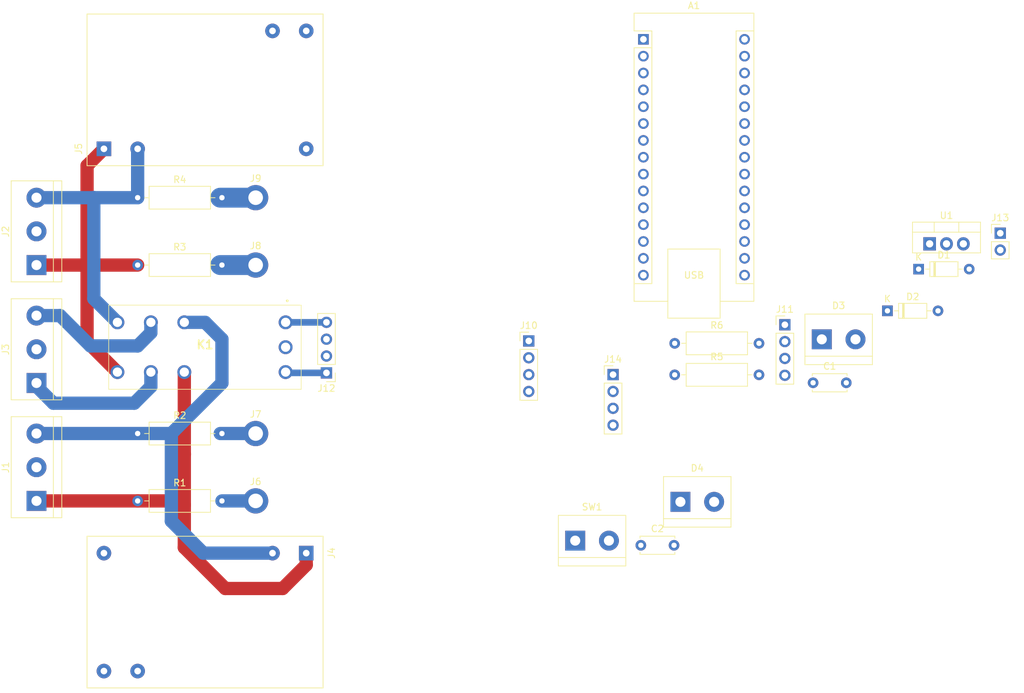
<source format=kicad_pcb>
(kicad_pcb (version 20211014) (generator pcbnew)
  (layers (0 "F.Cu" signal) (31 "B.Cu" signal) (34 "B.Paste" user) (35 "F.Paste" user) (36 "B.SilkS" user "B.Silkscreen") (37 "F.SilkS" user "F.Silkscreen") (38 "B.Mask" user) (39 "F.Mask" user) (44 "Edge.Cuts" user))
  (net 0 "")
  (net 4 "GND")
  (net 5 "Net-(A1-Pad5)")
  (net 6 "Net-(A1-Pad6)")
  (net 7 "Net-(A1-Pad7)")
  (net 8 "Net-(A1-Pad8)")
  (net 9 "Net-(A1-Pad9)")
  (net 18 "+5V")
  (net 19 "Net-(A1-Pad19)")
  (net 20 "Net-(A1-Pad20)")
  (net 29 "+12V")
  (net 30 "Net-(D2-Pad1)")
  (net 31 "Net-(D3-Pad1)")
  (net 32 "Net-(D4-Pad1)")
  (net 33 "/L1")
  (net 34 "Earth")
  (net 35 "/N1")
  (net 36 "/L2")
  (net 37 "/N2")
  (net 38 "/Lo")
  (net 39 "/No")
  (net 40 "Net-(J6-Pad1)")
  (net 41 "Net-(J7-Pad1)")
  (net 42 "Net-(J8-Pad1)")
  (net 43 "Net-(J9-Pad1)")
  (net 47 "Net-(K1-Pad2)")
  (footprint "Connector_PinHeader_2.54mm:PinHeader_1x04_P2.54mm_Vertical" (layer "F.Cu") (at 163.068 90.18)
    (fp_text reference "J10" (at 0 -2.33) (layer "F.SilkS"))
    (fp_text value "ZMPT101B")
    (fp_line (start -1.33 1.27) (end -1.33 8.95) (layer "F.SilkS") (width 0.12))
    (fp_line (start -1.33 -1.33) (end 0 -1.33) (layer "F.SilkS") (width 0.12))
    (fp_line (start -1.33 8.95) (end 1.33 8.95) (layer "F.SilkS") (width 0.12))
    (fp_line (start -1.33 1.27) (end 1.33 1.27) (layer "F.SilkS") (width 0.12))
    (fp_line (start -1.33 0) (end -1.33 -1.33) (layer "F.SilkS") (width 0.12))
    (fp_line (start 1.33 1.27) (end 1.33 8.95) (layer "F.SilkS") (width 0.12))
    (pad "1" thru_hole rect (at 0 0) (size 1.7 1.7) (drill 1) (layers *.Cu *.Mask) (net 18 "+5V"))
    (pad "2" thru_hole oval (at 0 2.54) (size 1.7 1.7) (drill 1) (layers *.Cu *.Mask) (net 19 "Net-(A1-Pad19)"))
    (pad "3" thru_hole oval (at 0 5.08) (size 1.7 1.7) (drill 1) (layers *.Cu *.Mask) (net 4 "GND"))
    (pad "4" thru_hole oval (at 0 7.62) (size 1.7 1.7) (drill 1) (layers *.Cu *.Mask) (net 4 "GND"))
  )
  (footprint "TerminalBlock:TerminalBlock_bornier-3_P5.08mm" (layer "F.Cu") (at 88.9 96.52 90)
    (fp_text reference "J3" (at 5.05 -4.65 90) (layer "F.SilkS"))
    (fp_text value "Conn_01x03_Female")
    (fp_line (start -2.54 3.81) (end -2.54 -3.81) (layer "F.SilkS") (width 0.12))
    (fp_line (start -2.54 2.54) (end 12.7 2.54) (layer "F.SilkS") (width 0.12))
    (fp_line (start 12.7 3.81) (end 12.7 -3.81) (layer "F.SilkS") (width 0.12))
    (fp_line (start -2.54 3.81) (end 12.7 3.81) (layer "F.SilkS") (width 0.12))
    (fp_line (start -2.54 -3.81) (end 12.7 -3.81) (layer "F.SilkS") (width 0.12))
    (pad "1" thru_hole rect (at 0 0 90) (size 3 3) (drill 1.52) (layers *.Cu *.Mask) (net 38 "/Lo"))
    (pad "2" thru_hole circle (at 5.08 0 90) (size 3 3) (drill 1.52) (layers *.Cu *.Mask) (net 34 "Earth"))
    (pad "3" thru_hole circle (at 10.16 0 90) (size 3 3) (drill 1.52) (layers *.Cu *.Mask) (net 39 "/No"))
  )
  (footprint "Resistor_THT:R_Axial_DIN0309_L9.0mm_D3.2mm_P12.70mm_Horizontal" (layer "F.Cu") (at 104.14 68.58)
    (fp_text reference "R4" (at 6.35 -2.72) (layer "F.SilkS"))
    (fp_text value "R")
    (fp_line (start 1.04 0) (end 1.73 0) (layer "F.SilkS") (width 0.12))
    (fp_line (start 1.73 1.72) (end 10.97 1.72) (layer "F.SilkS") (width 0.12))
    (fp_line (start 10.97 1.72) (end 10.97 -1.72) (layer "F.SilkS") (width 0.12))
    (fp_line (start 10.97 -1.72) (end 1.73 -1.72) (layer "F.SilkS") (width 0.12))
    (fp_line (start 1.73 -1.72) (end 1.73 1.72) (layer "F.SilkS") (width 0.12))
    (fp_line (start 11.66 0) (end 10.97 0) (layer "F.SilkS") (width 0.12))
    (pad "1" thru_hole circle (at 0 0) (size 1.6 1.6) (drill 0.8) (layers *.Cu *.Mask) (net 37 "/N2"))
    (pad "2" thru_hole oval (at 12.7 0) (size 1.6 1.6) (drill 0.8) (layers *.Cu *.Mask) (net 43 "Net-(J9-Pad1)"))
  )
  (footprint "Module:Arduino_Nano" (layer "F.Cu") (at 180.34 44.704)
    (fp_text reference "A1" (at 7.62 -5.08) (layer "F.SilkS"))
    (fp_text value "Arduino_Nano_v3.x")
    (fp_text user "USB" (at 7.62 35.56 unlocked) (layer "F.SilkS"))
    (fp_line (start 13.97 -1.27) (end 16.64 -1.27) (layer "F.SilkS") (width 0.12))
    (fp_line (start 11.56 42.04) (end 3.68 42.04) (layer "F.SilkS") (width 0.12))
    (fp_line (start 11.56 31.62) (end 11.56 42.04) (layer "F.SilkS") (width 0.12))
    (fp_line (start 3.68 31.62) (end 11.56 31.62) (layer "F.SilkS") (width 0.12))
    (fp_line (start 1.27 1.27) (end -1.4 1.27) (layer "F.SilkS") (width 0.12))
    (fp_line (start 16.64 39.5) (end 16.64 -3.94) (layer "F.SilkS") (width 0.12))
    (fp_line (start 1.27 -1.27) (end -1.4 -1.27) (layer "F.SilkS") (width 0.12))
    (fp_line (start 1.27 1.27) (end 1.27 36.83) (layer "F.SilkS") (width 0.12))
    (fp_line (start 16.64 -3.94) (end -1.4 -3.94) (layer "F.SilkS") (width 0.12))
    (fp_line (start 1.27 1.27) (end 1.27 -1.27) (layer "F.SilkS") (width 0.12))
    (fp_line (start -1.4 1.27) (end -1.4 39.5) (layer "F.SilkS") (width 0.12))
    (fp_line (start 16.64 39.5) (end 11.56 39.5) (layer "F.SilkS") (width 0.12))
    (fp_line (start 13.97 36.83) (end 16.64 36.83) (layer "F.SilkS") (width 0.12))
    (fp_line (start 13.97 -1.27) (end 13.97 36.83) (layer "F.SilkS") (width 0.12))
    (fp_line (start 3.68 42.04) (end 3.68 31.62) (layer "F.SilkS") (width 0.12))
    (fp_line (start -1.4 39.5) (end 3.68 39.5) (layer "F.SilkS") (width 0.12))
    (fp_line (start -1.4 -3.94) (end -1.4 -1.27) (layer "F.SilkS") (width 0.12))
    (fp_line (start 1.27 36.83) (end -1.4 36.83) (layer "F.SilkS") (width 0.12))
    (pad "1" thru_hole rect (at 0 0) (size 1.6 1.6) (drill 1) (layers *.Cu *.Mask))
    (pad "2" thru_hole oval (at 0 2.54) (size 1.6 1.6) (drill 1) (layers *.Cu *.Mask))
    (pad "3" thru_hole oval (at 0 5.08) (size 1.6 1.6) (drill 1) (layers *.Cu *.Mask))
    (pad "4" thru_hole oval (at 0 7.62) (size 1.6 1.6) (drill 1) (layers *.Cu *.Mask) (net 4 "GND"))
    (pad "5" thru_hole oval (at 0 10.16) (size 1.6 1.6) (drill 1) (layers *.Cu *.Mask) (net 5 "Net-(A1-Pad5)"))
    (pad "6" thru_hole oval (at 0 12.7) (size 1.6 1.6) (drill 1) (layers *.Cu *.Mask) (net 6 "Net-(A1-Pad6)"))
    (pad "7" thru_hole oval (at 0 15.24) (size 1.6 1.6) (drill 1) (layers *.Cu *.Mask) (net 7 "Net-(A1-Pad7)"))
    (pad "8" thru_hole oval (at 0 17.78) (size 1.6 1.6) (drill 1) (layers *.Cu *.Mask) (net 8 "Net-(A1-Pad8)"))
    (pad "9" thru_hole oval (at 0 20.32) (size 1.6 1.6) (drill 1) (layers *.Cu *.Mask) (net 9 "Net-(A1-Pad9)"))
    (pad "10" thru_hole oval (at 0 22.86) (size 1.6 1.6) (drill 1) (layers *.Cu *.Mask))
    (pad "11" thru_hole oval (at 0 25.4) (size 1.6 1.6) (drill 1) (layers *.Cu *.Mask))
    (pad "12" thru_hole oval (at 0 27.94) (size 1.6 1.6) (drill 1) (layers *.Cu *.Mask))
    (pad "13" thru_hole oval (at 0 30.48) (size 1.6 1.6) (drill 1) (layers *.Cu *.Mask))
    (pad "14" thru_hole oval (at 0 33.02) (size 1.6 1.6) (drill 1) (layers *.Cu *.Mask))
    (pad "15" thru_hole oval (at 0 35.56) (size 1.6 1.6) (drill 1) (layers *.Cu *.Mask))
    (pad "16" thru_hole oval (at 15.24 35.56) (size 1.6 1.6) (drill 1) (layers *.Cu *.Mask))
    (pad "17" thru_hole oval (at 15.24 33.02) (size 1.6 1.6) (drill 1) (layers *.Cu *.Mask))
    (pad "18" thru_hole oval (at 15.24 30.48) (size 1.6 1.6) (drill 1) (layers *.Cu *.Mask) (net 18 "+5V"))
    (pad "19" thru_hole oval (at 15.24 27.94) (size 1.6 1.6) (drill 1) (layers *.Cu *.Mask) (net 19 "Net-(A1-Pad19)"))
    (pad "20" thru_hole oval (at 15.24 25.4) (size 1.6 1.6) (drill 1) (layers *.Cu *.Mask) (net 20 "Net-(A1-Pad20)"))
    (pad "21" thru_hole oval (at 15.24 22.86) (size 1.6 1.6) (drill 1) (layers *.Cu *.Mask))
    (pad "22" thru_hole oval (at 15.24 20.32) (size 1.6 1.6) (drill 1) (layers *.Cu *.Mask))
    (pad "23" thru_hole oval (at 15.24 17.78) (size 1.6 1.6) (drill 1) (layers *.Cu *.Mask))
    (pad "24" thru_hole oval (at 15.24 15.24) (size 1.6 1.6) (drill 1) (layers *.Cu *.Mask))
    (pad "25" thru_hole oval (at 15.24 12.7) (size 1.6 1.6) (drill 1) (layers *.Cu *.Mask))
    (pad "26" thru_hole oval (at 15.24 10.16) (size 1.6 1.6) (drill 1) (layers *.Cu *.Mask))
    (pad "27" thru_hole oval (at 15.24 7.62) (size 1.6 1.6) (drill 1) (layers *.Cu *.Mask) (net 18 "+5V"))
    (pad "28" thru_hole oval (at 15.24 5.08) (size 1.6 1.6) (drill 1) (layers *.Cu *.Mask))
    (pad "29" thru_hole oval (at 15.24 2.54) (size 1.6 1.6) (drill 1) (layers *.Cu *.Mask) (net 4 "GND"))
    (pad "30" thru_hole oval (at 15.24 0) (size 1.6 1.6) (drill 1) (layers *.Cu *.Mask))
  )
  (footprint "MountingHole:MountingHole_2.2mm_M2_DIN965_Pad" (layer "F.Cu") (at 121.92 78.74)
    (fp_text reference "J8" (at 0 -2.9) (layer "F.SilkS"))
    (fp_text value "ACL2")
    (pad "1" thru_hole circle (at 0 0) (size 3.8 3.8) (drill 2.2) (layers *.Cu *.Mask) (net 42 "Net-(J8-Pad1)"))
  )
  (footprint "MountingHole:MountingHole_2.2mm_M2_DIN965_Pad" (layer "F.Cu") (at 121.92 104.14)
    (fp_text reference "J7" (at 0 -2.9) (layer "F.SilkS"))
    (fp_text value "ACN1")
    (pad "1" thru_hole circle (at 0 0) (size 3.8 3.8) (drill 2.2) (layers *.Cu *.Mask) (net 41 "Net-(J7-Pad1)"))
  )
  (footprint "Resistor_THT:R_Axial_DIN0309_L9.0mm_D3.2mm_P12.70mm_Horizontal" (layer "F.Cu") (at 185.055 95.29)
    (fp_text reference "R5" (at 6.35 -2.72) (layer "F.SilkS"))
    (fp_text value "470")
    (fp_line (start 10.97 1.72) (end 10.97 -1.72) (layer "F.SilkS") (width 0.12))
    (fp_line (start 1.04 0) (end 1.73 0) (layer "F.SilkS") (width 0.12))
    (fp_line (start 10.97 -1.72) (end 1.73 -1.72) (layer "F.SilkS") (width 0.12))
    (fp_line (start 1.73 -1.72) (end 1.73 1.72) (layer "F.SilkS") (width 0.12))
    (fp_line (start 1.73 1.72) (end 10.97 1.72) (layer "F.SilkS") (width 0.12))
    (fp_line (start 11.66 0) (end 10.97 0) (layer "F.SilkS") (width 0.12))
    (pad "1" thru_hole circle (at 0 0) (size 1.6 1.6) (drill 0.8) (layers *.Cu *.Mask) (net 7 "Net-(A1-Pad7)"))
    (pad "2" thru_hole oval (at 12.7 0) (size 1.6 1.6) (drill 0.8) (layers *.Cu *.Mask) (net 31 "Net-(D3-Pad1)"))
  )
  (footprint "TerminalBlock:TerminalBlock_bornier-2_P5.08mm" (layer "F.Cu") (at 207.215 89.94)
    (fp_text reference "D3" (at 2.54 -5.08) (layer "F.SilkS"))
    (fp_text value "LED")
    (fp_line (start 7.62 -3.81) (end -2.54 -3.81) (layer "F.SilkS") (width 0.12))
    (fp_line (start -2.54 3.81) (end 7.62 3.81) (layer "F.SilkS") (width 0.12))
    (fp_line (start 7.62 2.54) (end -2.54 2.54) (layer "F.SilkS") (width 0.12))
    (fp_line (start -2.54 -3.81) (end -2.54 3.81) (layer "F.SilkS") (width 0.12))
    (fp_line (start 7.62 3.81) (end 7.62 -3.81) (layer "F.SilkS") (width 0.12))
    (pad "1" thru_hole rect (at 0 0) (size 3 3) (drill 1.52) (layers *.Cu *.Mask) (net 31 "Net-(D3-Pad1)"))
    (pad "2" thru_hole circle (at 5.08 0) (size 3 3) (drill 1.52) (layers *.Cu *.Mask) (net 18 "+5V"))
  )
  (footprint "Connector_PinHeader_2.54mm:PinHeader_1x02_P2.54mm_Vertical" (layer "F.Cu") (at 234.105 73.94)
    (fp_text reference "J13" (at 0 -2.33) (layer "F.SilkS"))
    (fp_text value "L298N-P")
    (fp_line (start -1.33 -1.33) (end 0 -1.33) (layer "F.SilkS") (width 0.12))
    (fp_line (start -1.33 3.87) (end 1.33 3.87) (layer "F.SilkS") (width 0.12))
    (fp_line (start 1.33 1.27) (end 1.33 3.87) (layer "F.SilkS") (width 0.12))
    (fp_line (start -1.33 1.27) (end 1.33 1.27) (layer "F.SilkS") (width 0.12))
    (fp_line (start -1.33 0) (end -1.33 -1.33) (layer "F.SilkS") (width 0.12))
    (fp_line (start -1.33 1.27) (end -1.33 3.87) (layer "F.SilkS") (width 0.12))
    (pad "1" thru_hole rect (at 0 0) (size 1.7 1.7) (drill 1) (layers *.Cu *.Mask) (net 29 "+12V"))
    (pad "2" thru_hole oval (at 0 2.54) (size 1.7 1.7) (drill 1) (layers *.Cu *.Mask) (net 4 "GND"))
  )
  (footprint "TerminalBlock:TerminalBlock_bornier-3_P5.08mm" (layer "F.Cu") (at 88.9 114.3 90)
    (fp_text reference "J1" (at 5.05 -4.65 90) (layer "F.SilkS"))
    (fp_text value "Conn_01x03_Male")
    (fp_line (start -2.54 3.81) (end -2.54 -3.81) (layer "F.SilkS") (width 0.12))
    (fp_line (start 12.7 3.81) (end 12.7 -3.81) (layer "F.SilkS") (width 0.12))
    (fp_line (start -2.54 -3.81) (end 12.7 -3.81) (layer "F.SilkS") (width 0.12))
    (fp_line (start -2.54 3.81) (end 12.7 3.81) (layer "F.SilkS") (width 0.12))
    (fp_line (start -2.54 2.54) (end 12.7 2.54) (layer "F.SilkS") (width 0.12))
    (pad "1" thru_hole rect (at 0 0 90) (size 3 3) (drill 1.52) (layers *.Cu *.Mask) (net 33 "/L1"))
    (pad "2" thru_hole circle (at 5.08 0 90) (size 3 3) (drill 1.52) (layers *.Cu *.Mask) (net 34 "Earth"))
    (pad "3" thru_hole circle (at 10.16 0 90) (size 3 3) (drill 1.52) (layers *.Cu *.Mask) (net 35 "/N1"))
  )
  (footprint "TerminalBlock:TerminalBlock_bornier-2_P5.08mm" (layer "F.Cu") (at 185.915 114.44)
    (fp_text reference "D4" (at 2.54 -5.08) (layer "F.SilkS"))
    (fp_text value "LED")
    (fp_line (start -2.54 -3.81) (end -2.54 3.81) (layer "F.SilkS") (width 0.12))
    (fp_line (start 7.62 -3.81) (end -2.54 -3.81) (layer "F.SilkS") (width 0.12))
    (fp_line (start 7.62 3.81) (end 7.62 -3.81) (layer "F.SilkS") (width 0.12))
    (fp_line (start 7.62 2.54) (end -2.54 2.54) (layer "F.SilkS") (width 0.12))
    (fp_line (start -2.54 3.81) (end 7.62 3.81) (layer "F.SilkS") (width 0.12))
    (pad "1" thru_hole rect (at 0 0) (size 3 3) (drill 1.52) (layers *.Cu *.Mask) (net 32 "Net-(D4-Pad1)"))
    (pad "2" thru_hole circle (at 5.08 0) (size 3 3) (drill 1.52) (layers *.Cu *.Mask) (net 18 "+5V"))
  )
  (footprint "Connector_PinHeader_2.54mm:PinHeader_1x04_P2.54mm_Vertical" (layer "F.Cu") (at 175.768 95.26)
    (fp_text reference "J14" (at 0 -2.33) (layer "F.SilkS"))
    (fp_text value "L298N-I")
    (fp_line (start 1.33 1.27) (end 1.33 8.95) (layer "F.SilkS") (width 0.12))
    (fp_line (start -1.33 8.95) (end 1.33 8.95) (layer "F.SilkS") (width 0.12))
    (fp_line (start -1.33 -1.33) (end 0 -1.33) (layer "F.SilkS") (width 0.12))
    (fp_line (start -1.33 0) (end -1.33 -1.33) (layer "F.SilkS") (width 0.12))
    (fp_line (start -1.33 1.27) (end 1.33 1.27) (layer "F.SilkS") (width 0.12))
    (fp_line (start -1.33 1.27) (end -1.33 8.95) (layer "F.SilkS") (width 0.12))
    (pad "1" thru_hole rect (at 0 0) (size 1.7 1.7) (drill 1) (layers *.Cu *.Mask) (net 5 "Net-(A1-Pad5)"))
    (pad "2" thru_hole oval (at 0 2.54) (size 1.7 1.7) (drill 1) (layers *.Cu *.Mask) (net 4 "GND"))
    (pad "3" thru_hole oval (at 0 5.08) (size 1.7 1.7) (drill 1) (layers *.Cu *.Mask) (net 6 "Net-(A1-Pad6)"))
    (pad "4" thru_hole oval (at 0 7.62) (size 1.7 1.7) (drill 1) (layers *.Cu *.Mask) (net 4 "GND"))
  )
  (footprint "Resistor_THT:R_Axial_DIN0309_L9.0mm_D3.2mm_P12.70mm_Horizontal" (layer "F.Cu") (at 104.14 104.14)
    (fp_text reference "R2" (at 6.35 -2.72) (layer "F.SilkS"))
    (fp_text value "R")
    (fp_line (start 1.04 0) (end 1.73 0) (layer "F.SilkS") (width 0.12))
    (fp_line (start 11.66 0) (end 10.97 0) (layer "F.SilkS") (width 0.12))
    (fp_line (start 1.73 -1.72) (end 1.73 1.72) (layer "F.SilkS") (width 0.12))
    (fp_line (start 1.73 1.72) (end 10.97 1.72) (layer "F.SilkS") (width 0.12))
    (fp_line (start 10.97 1.72) (end 10.97 -1.72) (layer "F.SilkS") (width 0.12))
    (fp_line (start 10.97 -1.72) (end 1.73 -1.72) (layer "F.SilkS") (width 0.12))
    (pad "1" thru_hole circle (at 0 0) (size 1.6 1.6) (drill 0.8) (layers *.Cu *.Mask))
    (pad "2" thru_hole oval (at 12.7 0) (size 1.6 1.6) (drill 0.8) (layers *.Cu *.Mask) (net 41 "Net-(J7-Pad1)"))
  )
  (footprint "Diode_THT:D_DO-35_SOD27_P7.62mm_Horizontal" (layer "F.Cu") (at 217.105 85.64)
    (fp_text reference "D2" (at 3.81 -2.12) (layer "F.SilkS"))
    (fp_text value "1n4148")
    (fp_text user "K" (at 0 -1.8) (layer "F.SilkS"))
    (fp_line (start 1.69 1.12) (end 5.93 1.12) (layer "F.SilkS") (width 0.12))
    (fp_line (start 2.53 -1.12) (end 2.53 1.12) (layer "F.SilkS") (width 0.12))
    (fp_line (start 1.69 -1.12) (end 1.69 1.12) (layer "F.SilkS") (width 0.12))
    (fp_line (start 5.93 1.12) (end 5.93 -1.12) (layer "F.SilkS") (width 0.12))
    (fp_line (start 2.41 -1.12) (end 2.41 1.12) (layer "F.SilkS") (width 0.12))
    (fp_line (start 2.29 -1.12) (end 2.29 1.12) (layer "F.SilkS") (width 0.12))
    (fp_line (start 5.93 -1.12) (end 1.69 -1.12) (layer "F.SilkS") (width 0.12))
    (fp_line (start 6.58 0) (end 5.93 0) (layer "F.SilkS") (width 0.12))
    (fp_line (start 1.04 0) (end 1.69 0) (layer "F.SilkS") (width 0.12))
    (pad "1" thru_hole rect (at 0 0) (size 1.6 1.6) (drill 0.8) (layers *.Cu *.Mask) (net 30 "Net-(D2-Pad1)"))
    (pad "2" thru_hole oval (at 7.62 0) (size 1.6 1.6) (drill 0.8) (layers *.Cu *.Mask) (net 4 "GND"))
  )
  (footprint "Diode_THT:D_DO-35_SOD27_P7.62mm_Horizontal" (layer "F.Cu") (at 221.805 79.35)
    (fp_text reference "D1" (at 3.81 -2.12) (layer "F.SilkS"))
    (fp_text value "1n4148")
    (fp_text user "K" (at 0 -1.8) (layer "F.SilkS"))
    (fp_line (start 1.69 -1.12) (end 1.69 1.12) (layer "F.SilkS") (width 0.12))
    (fp_line (start 5.93 -1.12) (end 1.69 -1.12) (layer "F.SilkS") (width 0.12))
    (fp_line (start 2.53 -1.12) (end 2.53 1.12) (layer "F.SilkS") (width 0.12))
    (fp_line (start 1.04 0) (end 1.69 0) (layer "F.SilkS") (width 0.12))
    (fp_line (start 6.58 0) (end 5.93 0) (layer "F.SilkS") (width 0.12))
    (fp_line (start 2.41 -1.12) (end 2.41 1.12) (layer "F.SilkS") (width 0.12))
    (fp_line (start 1.69 1.12) (end 5.93 1.12) (layer "F.SilkS") (width 0.12))
    (fp_line (start 2.29 -1.12) (end 2.29 1.12) (layer "F.SilkS") (width 0.12))
    (fp_line (start 5.93 1.12) (end 5.93 -1.12) (layer "F.SilkS") (width 0.12))
    (pad "1" thru_hole rect (at 0 0) (size 1.6 1.6) (drill 0.8) (layers *.Cu *.Mask) (net 47 "Net-(K1-Pad2)"))
    (pad "2" thru_hole oval (at 7.62 0) (size 1.6 1.6) (drill 0.8) (layers *.Cu *.Mask) (net 4 "GND"))
  )
  (footprint "Resistor_THT:R_Axial_DIN0309_L9.0mm_D3.2mm_P12.70mm_Horizontal" (layer "F.Cu") (at 104.14 78.74)
    (fp_text reference "R3" (at 6.35 -2.72) (layer "F.SilkS"))
    (fp_text value "R")
    (fp_line (start 1.73 -1.72) (end 1.73 1.72) (layer "F.SilkS") (width 0.12))
    (fp_line (start 11.66 0) (end 10.97 0) (layer "F.SilkS") (width 0.12))
    (fp_line (start 1.73 1.72) (end 10.97 1.72) (layer "F.SilkS") (width 0.12))
    (fp_line (start 10.97 -1.72) (end 1.73 -1.72) (layer "F.SilkS") (width 0.12))
    (fp_line (start 1.04 0) (end 1.73 0) (layer "F.SilkS") (width 0.12))
    (fp_line (start 10.97 1.72) (end 10.97 -1.72) (layer "F.SilkS") (width 0.12))
    (pad "1" thru_hole circle (at 0 0) (size 1.6 1.6) (drill 0.8) (layers *.Cu *.Mask) (net 36 "/L2"))
    (pad "2" thru_hole oval (at 12.7 0) (size 1.6 1.6) (drill 0.8) (layers *.Cu *.Mask) (net 42 "Net-(J8-Pad1)"))
  )
  (footprint "SamacSys_Parts:RT424F12" (layer "F.Cu") (at 106.132 90.751 180)
    (fp_text reference "K1" (at -8.15 0) (layer "F.SilkS") (effects (font (size 1.27 1.27) (thickness 0.254))))
    (fp_text value "RT424F12" hide)
    (fp_line (start 6.35 -6.725) (end 6.35 5.975) (layer "F.SilkS") (width 0.1))
    (fp_line (start -20.65 6.625) (end -20.65 6.625) (layer "F.SilkS") (width 0.2))
    (fp_line (start -22.65 5.975) (end -22.65 -6.725) (layer "F.SilkS") (width 0.1))
    (fp_line (start -22.65 -6.725) (end 6.35 -6.725) (layer "F.SilkS") (width 0.1))
    (fp_line (start 6.35 5.975) (end -22.65 5.975) (layer "F.SilkS") (width 0.1))
    (fp_line (start -20.45 6.625) (end -20.45 6.625) (layer "F.SilkS") (width 0.2))
    (fp_arc (start -20.45 6.625) (mid -20.55 6.725) (end -20.65 6.625) (layer "F.SilkS") (width 0.2))
    (fp_arc (start -20.65 6.625) (mid -20.55 6.525) (end -20.45 6.625) (layer "F.SilkS") (width 0.2))
    (pad "1" thru_hole circle locked (at -20.3 3.375 180) (size 2.1 2.1) (drill 1.4) (layers *.Cu *.Mask) (net 30 "Net-(D2-Pad1)"))
    (pad "2" thru_hole circle locked (at -20.3 -4.125 180) (size 2.1 2.1) (drill 1.4) (layers *.Cu *.Mask) (net 47 "Net-(K1-Pad2)"))
    (pad "3" thru_hole circle locked (at -20.3 -0.375 180) (size 2.1 2.1) (drill 1.4) (layers *.Cu *.Mask) (net 4 "GND"))
    (pad "4" thru_hole circle locked (at -5.04 3.375 180) (size 2.1 2.1) (drill 1.4) (layers *.Cu *.Mask) (net 35 "/N1"))
    (pad "5" thru_hole circle locked (at 0 3.375 180) (size 2.1 2.1) (drill 1.4) (layers *.Cu *.Mask) (net 39 "/No"))
    (pad "6" thru_hole circle locked (at 5.04 3.375 180) (size 2.1 2.1) (drill 1.4) (layers *.Cu *.Mask) (net 37 "/N2"))
    (pad "7" thru_hole circle locked (at 5.04 -4.125 180) (size 2.1 2.1) (drill 1.4) (layers *.Cu *.Mask) (net 36 "/L2"))
    (pad "8" thru_hole circle locked (at 0 -4.125 180) (size 2.1 2.1) (drill 1.4) (layers *.Cu *.Mask) (net 38 "/Lo"))
    (pad "9" thru_hole circle locked (at -5.04 -4.125 180) (size 2.1 2.1) (drill 1.4) (layers *.Cu *.Mask) (net 33 "/L1"))
  )
  (footprint "MountingHole:MountingHole_2.2mm_M2_DIN965_Pad" (layer "F.Cu") (at 121.92 68.58)
    (fp_text reference "J9" (at 0 -2.9) (layer "F.SilkS"))
    (fp_text value "ACN2")
    (pad "1" thru_hole circle (at 0 0) (size 3.8 3.8) (drill 2.2) (layers *.Cu *.Mask) (net 43 "Net-(J9-Pad1)"))
  )
  (footprint "Capacitor_THT:C_Disc_D5.0mm_W2.5mm_P5.00mm" (layer "F.Cu") (at 179.955 120.99)
    (fp_text reference "C2" (at 2.5 -2.5) (layer "F.SilkS"))
    (fp_text value "C_Small")
    (fp_line (start -0.12 1.055) (end -0.12 1.37) (layer "F.SilkS") (width 0.12))
    (fp_line (start 5.12 -1.37) (end 5.12 -1.055) (layer "F.SilkS") (width 0.12))
    (fp_line (start 5.12 1.055) (end 5.12 1.37) (layer "F.SilkS") (width 0.12))
    (fp_line (start -0.12 -1.37) (end -0.12 -1.055) (layer "F.SilkS") (width 0.12))
    (fp_line (start -0.12 -1.37) (end 5.12 -1.37) (layer "F.SilkS") (width 0.12))
    (fp_line (start -0.12 1.37) (end 5.12 1.37) (layer "F.SilkS") (width 0.12))
    (pad "1" thru_hole circle (at 0 0) (size 1.6 1.6) (drill 0.8) (layers *.Cu *.Mask) (net 18 "+5V"))
    (pad "2" thru_hole circle (at 5 0) (size 1.6 1.6) (drill 0.8) (layers *.Cu *.Mask) (net 4 "GND"))
  )
  (footprint "Package_TO_SOT_THT:TO-220-3_Vertical" (layer "F.Cu") (at 223.465 75.54)
    (fp_text reference "U1" (at 2.54 -4.27) (layer "F.SilkS"))
    (fp_text value "L7805")
    (fp_line (start 7.66 -3.27) (end 7.66 1.371) (layer "F.SilkS") (width 0.12))
    (fp_line (start -2.58 -3.27) (end -2.58 1.371) (layer "F.SilkS") (width 0.12))
    (fp_line (start 0.69 -3.27) (end 0.69 -1.76) (layer "F.SilkS") (width 0.12))
    (fp_line (start -2.58 -1.76) (end 7.66 -1.76) (layer "F.SilkS") (width 0.12))
    (fp_line (start 4.391 -3.27) (end 4.391 -1.76) (layer "F.SilkS") (width 0.12))
    (fp_line (start -2.58 -3.27) (end 7.66 -3.27) (layer "F.SilkS") (width 0.12))
    (fp_line (start -2.58 1.371) (end 7.66 1.371) (layer "F.SilkS") (width 0.12))
    (pad "1" thru_hole rect (at 0 0) (size 1.905 2) (drill 1.1) (layers *.Cu *.Mask) (net 29 "+12V"))
    (pad "2" thru_hole oval (at 2.54 0) (size 1.905 2) (drill 1.1) (layers *.Cu *.Mask) (net 4 "GND"))
    (pad "3" thru_hole oval (at 5.08 0) (size 1.905 2) (drill 1.1) (layers *.Cu *.Mask) (net 18 "+5V"))
  )
  (footprint "Miscellaneous:MeanWell_IRM" (layer "F.Cu") (at 129.54 122.174 -90)
    (fp_text reference "J4" (at 0 -3.81 90) (layer "F.SilkS"))
    (fp_text value "IRM-03-12")
    (fp_line (start -2.54 33.02) (end 20.32 33.02) (layer "F.SilkS") (width 0.12))
    (fp_line (start -2.54 -2.54) (end -2.54 33.02) (layer "F.SilkS") (width 0.12))
    (fp_line (start 20.32 -2.54) (end -2.54 -2.54) (layer "F.SilkS") (width 0.12))
    (fp_line (start 20.32 33.02) (end 20.32 -2.54) (layer "F.SilkS") (width 0.12))
    (pad "" np_thru_hole oval locked (at 0 30.48 270) (size 2.2 2.2) (drill 1) (layers *.Cu *.Mask))
    (pad "1" thru_hole rect locked (at 0 0 270) (size 2.2 2.2) (drill 1) (layers *.Cu *.Mask) (net 33 "/L1"))
    (pad "3" thru_hole oval locked (at 0 5.08 270) (size 2.2 2.2) (drill 1) (layers *.Cu *.Mask) (net 35 "/N1"))
    (pad "14" thru_hole oval locked (at 17.78 30.48 270) (size 2.2 2.2) (drill 1) (layers *.Cu *.Mask) (net 4 "GND"))
    (pad "16" thru_hole oval locked (at 17.78 25.4 270) (size 2.2 2.2) (drill 1) (layers *.Cu *.Mask) (net 29 "+12V"))
  )
  (footprint "Capacitor_THT:C_Disc_D5.0mm_W2.5mm_P5.00mm" (layer "F.Cu") (at 205.905 96.49)
    (fp_text reference "C1" (at 2.5 -2.5) (layer "F.SilkS"))
    (fp_text value "C_Small")
    (fp_line (start -0.12 -1.37) (end 5.12 -1.37) (layer "F.SilkS") (width 0.12))
    (fp_line (start -0.12 1.055) (end -0.12 1.37) (layer "F.SilkS") (width 0.12))
    (fp_line (start -0.12 1.37) (end 5.12 1.37) (layer "F.SilkS") (width 0.12))
    (fp_line (start 5.12 1.055) (end 5.12 1.37) (layer "F.SilkS") (width 0.12))
    (fp_line (start -0.12 -1.37) (end -0.12 -1.055) (layer "F.SilkS") (width 0.12))
    (fp_line (start 5.12 -1.37) (end 5.12 -1.055) (layer "F.SilkS") (width 0.12))
    (pad "1" thru_hole circle (at 0 0) (size 1.6 1.6) (drill 0.8) (layers *.Cu *.Mask) (net 29 "+12V"))
    (pad "2" thru_hole circle (at 5 0) (size 1.6 1.6) (drill 0.8) (layers *.Cu *.Mask) (net 4 "GND"))
  )
  (footprint "Resistor_THT:R_Axial_DIN0309_L9.0mm_D3.2mm_P12.70mm_Horizontal" (layer "F.Cu") (at 104.14 114.3)
    (fp_text reference "R1" (at 6.35 -2.72) (layer "F.SilkS"))
    (fp_text value "R")
    (fp_line (start 10.97 1.72) (end 10.97 -1.72) (layer "F.SilkS") (width 0.12))
    (fp_line (start 11.66 0) (end 10.97 0) (layer "F.SilkS") (width 0.12))
    (fp_line (start 1.04 0) (end 1.73 0) (layer "F.SilkS") (width 0.12))
    (fp_line (start 1.73 1.72) (end 10.97 1.72) (layer "F.SilkS") (width 0.12))
    (fp_line (start 10.97 -1.72) (end 1.73 -1.72) (layer "F.SilkS") (width 0.12))
    (fp_line (start 1.73 -1.72) (end 1.73 1.72) (layer "F.SilkS") (width 0.12))
    (pad "1" thru_hole circle (at 0 0) (size 1.6 1.6) (drill 0.8) (layers *.Cu *.Mask) (net 33 "/L1"))
    (pad "2" thru_hole oval (at 12.7 0) (size 1.6 1.6) (drill 0.8) (layers *.Cu *.Mask) (net 40 "Net-(J6-Pad1)"))
  )
  (footprint "TerminalBlock:TerminalBlock_bornier-3_P5.08mm" (layer "F.Cu") (at 88.9 78.74 90)
    (fp_text reference "J2" (at 5.05 -4.65 90) (layer "F.SilkS"))
    (fp_text value "Conn_01x03_Male")
    (fp_line (start -2.54 -3.81) (end 12.7 -3.81) (layer "F.SilkS") (width 0.12))
    (fp_line (start -2.54 2.54) (end 12.7 2.54) (layer "F.SilkS") (width 0.12))
    (fp_line (start 12.7 3.81) (end 12.7 -3.81) (layer "F.SilkS") (width 0.12))
    (fp_line (start -2.54 3.81) (end 12.7 3.81) (layer "F.SilkS") (width 0.12))
    (fp_line (start -2.54 3.81) (end -2.54 -3.81) (layer "F.SilkS") (width 0.12))
    (pad "1" thru_hole rect (at 0 0 90) (size 3 3) (drill 1.52) (layers *.Cu *.Mask) (net 36 "/L2"))
    (pad "2" thru_hole circle (at 5.08 0 90) (size 3 3) (drill 1.52) (layers *.Cu *.Mask) (net 34 "Earth"))
    (pad "3" thru_hole circle (at 10.16 0 90) (size 3 3) (drill 1.52) (layers *.Cu *.Mask) (net 37 "/N2"))
  )
  (footprint "Miscellaneous:MeanWell_IRM" (layer "F.Cu") (at 99.06 61.214 90)
    (fp_text reference "J5" (at 0 -3.81 90) (layer "F.SilkS"))
    (fp_text value "IRM-03-12")
    (fp_line (start -2.54 33.02) (end 20.32 33.02) (layer "F.SilkS") (width 0.12))
    (fp_line (start -2.54 -2.54) (end -2.54 33.02) (layer "F.SilkS") (width 0.12))
    (fp_line (start 20.32 -2.54) (end -2.54 -2.54) (layer "F.SilkS") (width 0.12))
    (fp_line (start 20.32 33.02) (end 20.32 -2.54) (layer "F.SilkS") (width 0.12))
    (pad "" np_thru_hole oval locked (at 0 30.48 90) (size 2.2 2.2) (drill 1) (layers *.Cu *.Mask))
    (pad "1" thru_hole rect locked (at 0 0 90) (size 2.2 2.2) (drill 1) (layers *.Cu *.Mask) (net 36 "/L2"))
    (pad "3" thru_hole oval locked (at 0 5.08 90) (size 2.2 2.2) (drill 1) (layers *.Cu *.Mask) (net 37 "/N2"))
    (pad "14" thru_hole oval locked (at 17.78 30.48 90) (size 2.2 2.2) (drill 1) (layers *.Cu *.Mask) (net 4 "GND"))
    (pad "16" thru_hole oval locked (at 17.78 25.4 90) (size 2.2 2.2) (drill 1) (layers *.Cu *.Mask) (net 29 "+12V"))
  )
  (footprint "TerminalBlock:TerminalBlock_bornier-2_P5.08mm" (layer "F.Cu") (at 170.065 120.29)
    (fp_text reference "SW1" (at 2.54 -5.08) (layer "F.SilkS"))
    (fp_text value "SW_Push")
    (fp_line (start 7.62 3.81) (end 7.62 -3.81) (layer "F.SilkS") (width 0.12))
    (fp_line (start -2.54 3.81) (end 7.62 3.81) (layer "F.SilkS") (width 0.12))
    (fp_line (start 7.62 -3.81) (end -2.54 -3.81) (layer "F.SilkS") (width 0.12))
    (fp_line (start 7.62 2.54) (end -2.54 2.54) (layer "F.SilkS") (width 0.12))
    (fp_line (start -2.54 -3.81) (end -2.54 3.81) (layer "F.SilkS") (width 0.12))
    (pad "1" thru_hole rect (at 0 0) (size 3 3) (drill 1.52) (layers *.Cu *.Mask) (net 9 "Net-(A1-Pad9)"))
    (pad "2" thru_hole circle (at 5.08 0) (size 3 3) (drill 1.52) (layers *.Cu *.Mask) (net 4 "GND"))
  )
  (footprint "MountingHole:MountingHole_2.2mm_M2_DIN965_Pad" (layer "F.Cu") (at 121.92 114.3)
    (fp_text reference "J6" (at 0 -2.9) (layer "F.SilkS"))
    (fp_text value "ACL1")
    (pad "1" thru_hole circle (at 0 0) (size 3.8 3.8) (drill 2.2) (layers *.Cu *.Mask) (net 40 "Net-(J6-Pad1)"))
  )
  (footprint "Resistor_THT:R_Axial_DIN0309_L9.0mm_D3.2mm_P12.70mm_Horizontal" (layer "F.Cu") (at 185.055 90.54)
    (fp_text reference "R6" (at 6.35 -2.72) (layer "F.SilkS"))
    (fp_text value "470")
    (fp_line (start 10.97 1.72) (end 10.97 -1.72) (layer "F.SilkS") (width 0.12))
    (fp_line (start 11.66 0) (end 10.97 0) (layer "F.SilkS") (width 0.12))
    (fp_line (start 1.73 -1.72) (end 1.73 1.72) (layer "F.SilkS") (width 0.12))
    (fp_line (start 10.97 -1.72) (end 1.73 -1.72) (layer "F.SilkS") (width 0.12))
    (fp_line (start 1.04 0) (end 1.73 0) (layer "F.SilkS") (width 0.12))
    (fp_line (start 1.73 1.72) (end 10.97 1.72) (layer "F.SilkS") (width 0.12))
    (pad "1" thru_hole circle (at 0 0) (size 1.6 1.6) (drill 0.8) (layers *.Cu *.Mask) (net 8 "Net-(A1-Pad8)"))
    (pad "2" thru_hole oval (at 12.7 0) (size 1.6 1.6) (drill 0.8) (layers *.Cu *.Mask) (net 32 "Net-(D4-Pad1)"))
  )
  (footprint "Connector_PinHeader_2.54mm:PinHeader_1x04_P2.54mm_Vertical" (layer "F.Cu") (at 201.655 87.74)
    (fp_text reference "J11" (at 0 -2.33) (layer "F.SilkS"))
    (fp_text value "ZMPT101B")
    (fp_line (start -1.33 0) (end -1.33 -1.33) (layer "F.SilkS") (width 0.12))
    (fp_line (start 1.33 1.27) (end 1.33 8.95) (layer "F.SilkS") (width 0.12))
    (fp_line (start -1.33 1.27) (end 1.33 1.27) (layer "F.SilkS") (width 0.12))
    (fp_line (start -1.33 -1.33) (end 0 -1.33) (layer "F.SilkS") (width 0.12))
    (fp_line (start -1.33 1.27) (end -1.33 8.95) (layer "F.SilkS") (width 0.12))
    (fp_line (start -1.33 8.95) (end 1.33 8.95) (layer "F.SilkS") (width 0.12))
    (pad "1" thru_hole rect (at 0 0) (size 1.7 1.7) (drill 1) (layers *.Cu *.Mask) (net 18 "+5V"))
    (pad "2" thru_hole oval (at 0 2.54) (size 1.7 1.7) (drill 1) (layers *.Cu *.Mask) (net 20 "Net-(A1-Pad20)"))
    (pad "3" thru_hole oval (at 0 5.08) (size 1.7 1.7) (drill 1) (layers *.Cu *.Mask) (net 4 "GND"))
    (pad "4" thru_hole oval (at 0 7.62) (size 1.7 1.7) (drill 1) (layers *.Cu *.Mask) (net 4 "GND"))
  )
  (footprint "Connector_PinHeader_2.54mm:PinHeader_1x04_P2.54mm_Vertical" (layer "F.Cu") (at 132.588 94.996 180)
    (fp_text reference "J12" (at 0 -2.33) (layer "F.SilkS"))
    (fp_text value "L298N-O")
    (fp_line (start -1.33 1.27) (end -1.33 8.95) (layer "F.SilkS") (width 0.12))
    (fp_line (start -1.33 1.27) (end 1.33 1.27) (layer "F.SilkS") (width 0.12))
    (fp_line (start 1.33 1.27) (end 1.33 8.95) (layer "F.SilkS") (width 0.12))
    (fp_line (start -1.33 -1.33) (end 0 -1.33) (layer "F.SilkS") (width 0.12))
    (fp_line (start -1.33 0) (end -1.33 -1.33) (layer "F.SilkS") (width 0.12))
    (fp_line (start -1.33 8.95) (end 1.33 8.95) (layer "F.SilkS") (width 0.12))
    (pad "1" thru_hole rect (at 0 0 180) (size 1.7 1.7) (drill 1) (layers *.Cu *.Mask) (net 47 "Net-(K1-Pad2)"))
    (pad "2" thru_hole oval (at 0 2.54 180) (size 1.7 1.7) (drill 1) (layers *.Cu *.Mask))
    (pad "3" thru_hole oval (at 0 5.08 180) (size 1.7 1.7) (drill 1) (layers *.Cu *.Mask))
    (pad "4" thru_hole oval (at 0 7.62 180) (size 1.7 1.7) (drill 1) (layers *.Cu *.Mask) (net 30 "Net-(D2-Pad1)"))
  )
  (segment (start 132.588 87.376) (end 126.432 87.376) (width 1) (layer "B.Cu") (net 30))
  (segment (start 117.348 127.508) (end 111.172 121.332) (width 2) (layer "F.Cu") (net 33))
  (segment (start 111.172 114.888) (end 111.172 107.232) (width 2) (layer "F.Cu") (net 33))
  (segment (start 111.172 107.232) (end 111.172 94.876) (width 2) (layer "F.Cu") (net 33))
  (segment (start 111.172 121.332) (end 111.172 114.888) (width 2) (layer "F.Cu") (net 33))
  (segment (start 129.54 123.952) (end 125.984 127.508) (width 2) (layer "F.Cu") (net 33))
  (segment (start 110.584 114.3) (end 111.172 114.888) (width 2) (layer "F.Cu") (net 33))
  (segment (start 111.19 107.25) (end 111.172 107.232) (width 2) (layer "F.Cu") (net 33))
  (segment (start 88.9 114.3) (end 104.14 114.3) (width 2) (layer "F.Cu") (net 33))
  (segment (start 125.984 127.508) (end 117.348 127.508) (width 2) (layer "F.Cu") (net 33))
  (segment (start 104.14 114.3) (end 110.584 114.3) (width 2) (layer "F.Cu") (net 33))
  (segment (start 129.54 122.174) (end 129.54 123.952) (width 2) (layer "F.Cu") (net 33))
  (segment (start 109.22 104.14) (end 116.84 96.52) (width 2) (layer "B.Cu") (net 35))
  (segment (start 124.46 122.174) (end 114.046 122.174) (width 2) (layer "B.Cu") (net 35))
  (segment (start 116.84 96.52) (end 116.84 89.916) (width 2) (layer "B.Cu") (net 35))
  (segment (start 114.046 122.174) (end 109.22 117.348) (width 2) (layer "B.Cu") (net 35))
  (segment (start 114.3 87.376) (end 111.172 87.376) (width 2) (layer "B.Cu") (net 35))
  (segment (start 88.9 104.14) (end 109.22 104.14) (width 2) (layer "B.Cu") (net 35))
  (segment (start 109.22 117.348) (end 109.22 104.14) (width 2) (layer "B.Cu") (net 35))
  (segment (start 116.84 89.916) (end 114.3 87.376) (width 2) (layer "B.Cu") (net 35))
  (segment (start 96.52 90.304) (end 96.52 78.74) (width 2) (layer "F.Cu") (net 36))
  (segment (start 96.52 78.74) (end 88.9 78.74) (width 2) (layer "F.Cu") (net 36))
  (segment (start 96.52 63.754) (end 99.06 61.214) (width 2) (layer "F.Cu") (net 36))
  (segment (start 96.52 78.74) (end 104.14 78.74) (width 2) (layer "F.Cu") (net 36))
  (segment (start 96.52 78.74) (end 96.52 63.754) (width 2) (layer "F.Cu") (net 36))
  (segment (start 101.092 94.876) (end 96.52 90.304) (width 2) (layer "F.Cu") (net 36))
  (segment (start 97.536 68.58) (end 104.14 68.58) (width 2) (layer "B.Cu") (net 37))
  (segment (start 104.14 68.58) (end 104.14 61.214) (width 2) (layer "B.Cu") (net 37))
  (segment (start 97.536 83.82) (end 101.092 87.376) (width 2) (layer "B.Cu") (net 37))
  (segment (start 88.9 68.58) (end 97.536 68.58) (width 2) (layer "B.Cu") (net 37))
  (segment (start 97.536 68.58) (end 97.536 83.82) (width 2) (layer "B.Cu") (net 37))
  (segment (start 106.132 94.876) (end 106.132 97.068) (width 2) (layer "B.Cu") (net 38))
  (segment (start 103.632 99.568) (end 91.44 99.568) (width 2) (layer "B.Cu") (net 38))
  (segment (start 106.132 97.068) (end 103.632 99.568) (width 2) (layer "B.Cu") (net 38))
  (segment (start 88.9 97.028) (end 88.9 96.52) (width 2) (layer "B.Cu") (net 38))
  (segment (start 91.44 99.568) (end 88.9 97.028) (width 2) (layer "B.Cu") (net 38))
  (segment (start 104.14 90.932) (end 97.028 90.932) (width 2) (layer "B.Cu") (net 39))
  (segment (start 106.132 87.376) (end 106.132 88.94) (width 2) (layer "B.Cu") (net 39))
  (segment (start 106.132 88.94) (end 104.14 90.932) (width 2) (layer "B.Cu") (net 39))
  (segment (start 92.456 86.36) (end 88.9 86.36) (width 2) (layer "B.Cu") (net 39))
  (segment (start 97.028 90.932) (end 92.456 86.36) (width 2) (layer "B.Cu") (net 39))
  (segment (start 116.84 114.3) (end 121.92 114.3) (width 2) (layer "B.Cu") (net 40))
  (segment (start 116.586 104.14) (end 121.92 104.14) (width 2) (layer "B.Cu") (net 41))
  (segment (start 116.586 78.74) (end 121.92 78.74) (width 3) (layer "B.Cu") (net 42))
  (segment (start 116.586 68.58) (end 121.92 68.58) (width 3) (layer "B.Cu") (net 43))
  (segment (start 132.588 94.996) (end 126.552 94.996) (width 1) (layer "B.Cu") (net 47))
  (segment (start 126.552 94.996) (end 126.432 94.876) (width 1) (layer "B.Cu") (net 47))
)
</source>
